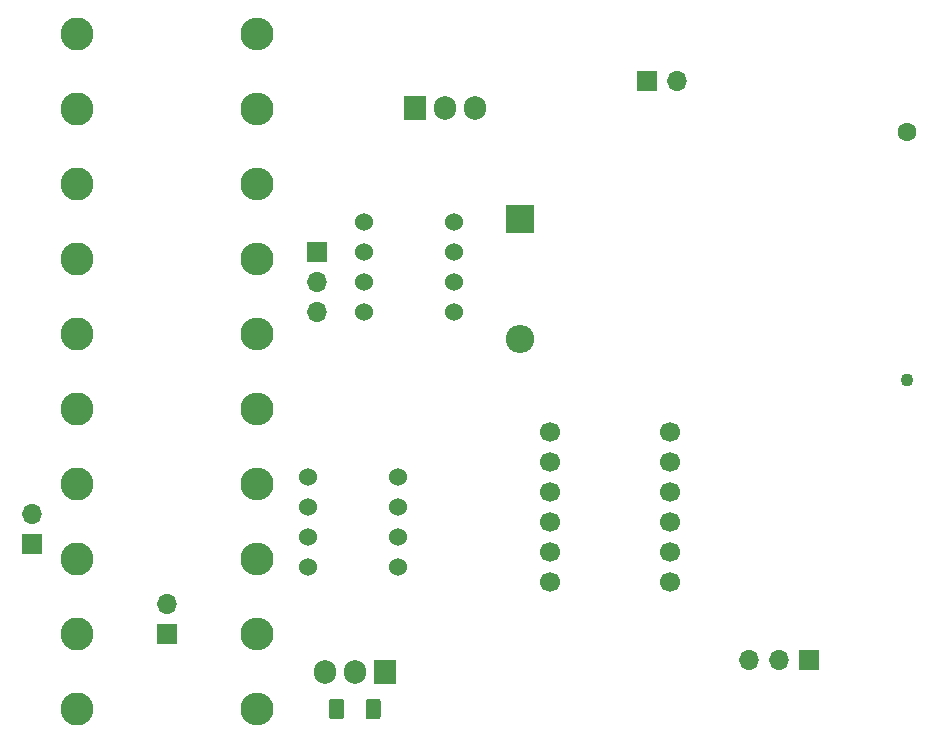
<source format=gbr>
%TF.GenerationSoftware,KiCad,Pcbnew,(5.1.9)-1*%
%TF.CreationDate,2021-11-14T00:41:55-05:00*%
%TF.ProjectId,BattTester,42617474-5465-4737-9465-722e6b696361,rev?*%
%TF.SameCoordinates,Original*%
%TF.FileFunction,Soldermask,Bot*%
%TF.FilePolarity,Negative*%
%FSLAX46Y46*%
G04 Gerber Fmt 4.6, Leading zero omitted, Abs format (unit mm)*
G04 Created by KiCad (PCBNEW (5.1.9)-1) date 2021-11-14 00:41:55*
%MOMM*%
%LPD*%
G01*
G04 APERTURE LIST*
%ADD10C,2.800000*%
%ADD11O,2.800000X2.800000*%
%ADD12O,1.905000X2.000000*%
%ADD13R,1.905000X2.000000*%
%ADD14C,1.524000*%
%ADD15O,1.700000X1.700000*%
%ADD16R,1.700000X1.700000*%
%ADD17C,1.100000*%
%ADD18C,1.600000*%
%ADD19O,2.400000X2.400000*%
%ADD20R,2.400000X2.400000*%
%ADD21C,1.700000*%
G04 APERTURE END LIST*
D10*
%TO.C,R3*%
X145415000Y-66675000D03*
D11*
X160655000Y-66675000D03*
D10*
X145415000Y-73025000D03*
D11*
X160655000Y-73025000D03*
D10*
X145415000Y-79375000D03*
D11*
X160655000Y-79375000D03*
D10*
X145415000Y-85725000D03*
D11*
X160655000Y-85725000D03*
D10*
X145415000Y-92075000D03*
D11*
X160655000Y-92075000D03*
D10*
X145415000Y-98425000D03*
D11*
X160655000Y-98425000D03*
D10*
X145415000Y-104775000D03*
D11*
X160655000Y-104775000D03*
D10*
X145415000Y-111125000D03*
D11*
X160655000Y-111125000D03*
D10*
X145415000Y-117475000D03*
D11*
X160655000Y-117475000D03*
X160655000Y-123825000D03*
D10*
X145415000Y-123825000D03*
%TD*%
%TO.C,R7*%
G36*
G01*
X168010000Y-123200000D02*
X168010000Y-124450000D01*
G75*
G02*
X167760000Y-124700000I-250000J0D01*
G01*
X166960000Y-124700000D01*
G75*
G02*
X166710000Y-124450000I0J250000D01*
G01*
X166710000Y-123200000D01*
G75*
G02*
X166960000Y-122950000I250000J0D01*
G01*
X167760000Y-122950000D01*
G75*
G02*
X168010000Y-123200000I0J-250000D01*
G01*
G37*
G36*
G01*
X171110000Y-123200000D02*
X171110000Y-124450000D01*
G75*
G02*
X170860000Y-124700000I-250000J0D01*
G01*
X170060000Y-124700000D01*
G75*
G02*
X169810000Y-124450000I0J250000D01*
G01*
X169810000Y-123200000D01*
G75*
G02*
X170060000Y-122950000I250000J0D01*
G01*
X170860000Y-122950000D01*
G75*
G02*
X171110000Y-123200000I0J-250000D01*
G01*
G37*
%TD*%
D12*
%TO.C,Q2*%
X166370000Y-120650000D03*
X168910000Y-120650000D03*
D13*
X171450000Y-120650000D03*
%TD*%
D14*
%TO.C,U4*%
X177292000Y-82550000D03*
X177292000Y-85090000D03*
X177292000Y-87630000D03*
X177292000Y-90170000D03*
X169672000Y-90170000D03*
X169672000Y-87630000D03*
X169672000Y-85090000D03*
X169672000Y-82550000D03*
%TD*%
%TO.C,U1*%
X172593000Y-104140000D03*
X172593000Y-106680000D03*
X172593000Y-109220000D03*
X172593000Y-111760000D03*
X164973000Y-111760000D03*
X164973000Y-109220000D03*
X164973000Y-106680000D03*
X164973000Y-104140000D03*
%TD*%
D15*
%TO.C,J1*%
X141605000Y-107315000D03*
D16*
X141605000Y-109855000D03*
%TD*%
D15*
%TO.C,RV1*%
X165735000Y-90170000D03*
X165735000Y-87630000D03*
D16*
X165735000Y-85090000D03*
%TD*%
D12*
%TO.C,Q1*%
X179070000Y-72898000D03*
X176530000Y-72898000D03*
D13*
X173990000Y-72898000D03*
%TD*%
D15*
%TO.C,JP1*%
X153035000Y-114935000D03*
D16*
X153035000Y-117475000D03*
%TD*%
D15*
%TO.C,J4*%
X202311000Y-119634000D03*
X204851000Y-119634000D03*
D16*
X207391000Y-119634000D03*
%TD*%
D15*
%TO.C,J3*%
X196215000Y-70612000D03*
D16*
X193675000Y-70612000D03*
%TD*%
D17*
%TO.C,J2*%
X215615000Y-95955000D03*
D18*
X215615000Y-74955000D03*
%TD*%
D19*
%TO.C,D3*%
X182880000Y-92456000D03*
D20*
X182880000Y-82296000D03*
%TD*%
D21*
%TO.C,A1*%
X195580000Y-100330000D03*
X195580000Y-102870000D03*
X195580000Y-105410000D03*
X195580000Y-107950000D03*
X195580000Y-110490000D03*
X195580000Y-113030000D03*
X185420000Y-113030000D03*
X185420000Y-110490000D03*
X185420000Y-107950000D03*
X185420000Y-105410000D03*
X185420000Y-102870000D03*
X185420000Y-100330000D03*
%TD*%
M02*

</source>
